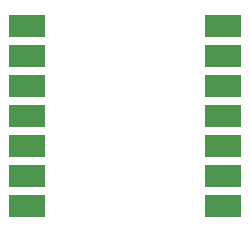
<source format=gtp>
G04 Layer: TopPasteMaskLayer*
G04 EasyEDA v6.5.50, 2025-05-02 13:44:32*
G04 9c8b662e0eda49d2b6f133a678b52552,4ea17189a5af4923b0f09c00d4425dfb,10*
G04 Gerber Generator version 0.2*
G04 Scale: 100 percent, Rotated: No, Reflected: No *
G04 Dimensions in millimeters *
G04 leading zeros omitted , absolute positions ,4 integer and 5 decimal *
%FSLAX45Y45*%
%MOMM*%

%AMMACRO1*21,1,$1,$2,0,0,$3*%
%ADD10MACRO1,1.8999X3X-90.0000*%
%ADD11C,0.0110*%

%LPD*%
D10*
G01*
X2217991Y6007100D03*
G01*
X2217991Y5753100D03*
G01*
X2217991Y5499100D03*
G01*
X2217991Y5245100D03*
G01*
X2217991Y4991100D03*
G01*
X2217991Y4737100D03*
G01*
X2217991Y4483100D03*
G01*
X3878008Y4483100D03*
G01*
X3878008Y4737100D03*
G01*
X3878008Y4991100D03*
G01*
X3878008Y5245100D03*
G01*
X3878008Y5499100D03*
G01*
X3878008Y5753100D03*
G01*
X3878008Y6007100D03*
M02*

</source>
